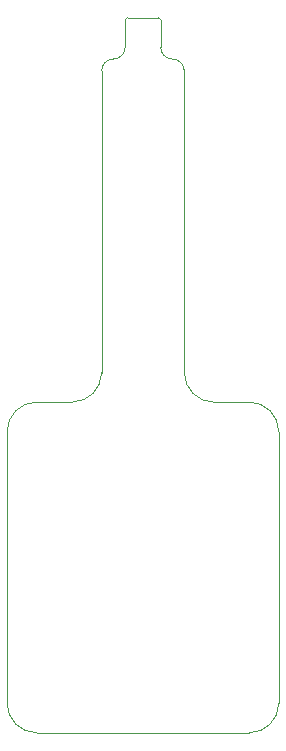
<source format=gbr>
%TF.GenerationSoftware,KiCad,Pcbnew,9.0.0-rc2-3baa6cd791~182~ubuntu24.04.1*%
%TF.CreationDate,2025-02-03T22:31:15-05:00*%
%TF.ProjectId,RoyalBlue54L-NFC-Antenna,526f7961-6c42-46c7-9565-35344c2d4e46,rev?*%
%TF.SameCoordinates,Original*%
%TF.FileFunction,Profile,NP*%
%FSLAX46Y46*%
G04 Gerber Fmt 4.6, Leading zero omitted, Abs format (unit mm)*
G04 Created by KiCad (PCBNEW 9.0.0-rc2-3baa6cd791~182~ubuntu24.04.1) date 2025-02-03 22:31:15*
%MOMM*%
%LPD*%
G01*
G04 APERTURE LIST*
%TA.AperFunction,Profile*%
%ADD10C,0.050000*%
%TD*%
G04 APERTURE END LIST*
D10*
X153949710Y-70060695D02*
G75*
G02*
X152947210Y-69058195I-2J1002498D01*
G01*
X149952210Y-69058195D02*
G75*
G02*
X148949710Y-70060695I-1002500J0D01*
G01*
X153949710Y-70060695D02*
G75*
G02*
X154949710Y-71060695I0J-1000000D01*
G01*
X147949710Y-71060695D02*
G75*
G02*
X148949710Y-70060695I999999J1D01*
G01*
X157449710Y-99108195D02*
G75*
G02*
X154949710Y-96608195I0J2500000D01*
G01*
X139949710Y-101608195D02*
G75*
G02*
X142449710Y-99108195I2500000J0D01*
G01*
X142449710Y-127108195D02*
G75*
G02*
X139949710Y-124608195I0J2500000D01*
G01*
X160449710Y-99108195D02*
G75*
G02*
X162949710Y-101608195I0J-2500000D01*
G01*
X162949710Y-124608195D02*
G75*
G02*
X160449710Y-127108195I-2500000J0D01*
G01*
X147949710Y-96608195D02*
G75*
G02*
X145449710Y-99108195I-2500000J0D01*
G01*
X142449710Y-127108195D02*
X160449710Y-127108195D01*
X139949710Y-101608195D02*
X139949710Y-124608195D01*
X142449710Y-99108195D02*
X145449710Y-99108195D01*
X147949710Y-71060695D02*
X147949710Y-96608195D01*
X162949710Y-101608195D02*
X162949710Y-124608195D01*
X157449710Y-99108195D02*
X160449710Y-99108195D01*
X154949710Y-71060695D02*
X154949710Y-96608195D01*
%TO.C,J1*%
X152749710Y-66560695D02*
G75*
G02*
X152949710Y-66760695I0J-200000D01*
G01*
X149949710Y-66760695D02*
G75*
G02*
X150149710Y-66560695I200001J-1D01*
G01*
X152949710Y-66760695D02*
X152949710Y-69060695D01*
X150149710Y-66560695D02*
X152749710Y-66560695D01*
X149949710Y-66760695D02*
X149949710Y-69060695D01*
%TD*%
M02*

</source>
